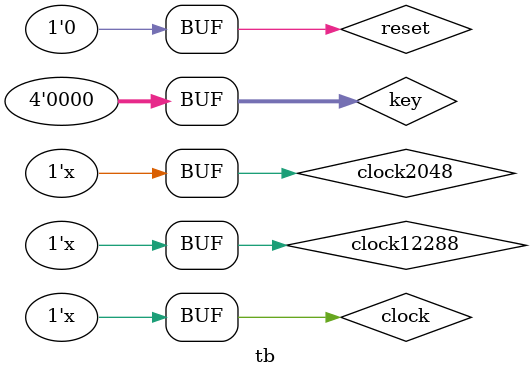
<source format=v>
`timescale 1 ps / 1 ps

module tb();

reg clock, clock12288, clock2048, reset;
reg [3:0] key;
initial begin
	clock = 0;
	clock12288 = 0;
	clock2048 = 0;
	reset = 0;
	key = 0;
	#20 reset = 1;
	#12000 reset = 0;
	#20 key[0] = 1;
	#1000000 key[0] = 0;
end

always begin
	#10 clock = !clock;
end

always begin
	#40.69 clock12288 = !clock12288;
end

always begin
	#244.140625 clock2048 = !clock2048;
end

SoCKit_i2sound uut(

							///////////AUD/////////////
		.AUD_ADCDAT(),
		.AUD_ADCLRCK(),
		.AUD_BCLK(),
		.AUD_DACDAT(),
		.AUD_DACLRCK(),
		.AUD_I2C_SCLK(),
		.AUD_I2C_SDAT(),
		.AUD_MUTE(),
		.AUD_XCK(),

		.RESET_n(!reset),
		
							/////////KEY/////////
		.KEY(key),

							/////////LED/////////
		.LED(),

							/////////OSC/////////
		.OSC_50_B3B(clock),
		.clock12288(clock12288),
		.clock2048(clock2048)

);

endmodule

</source>
